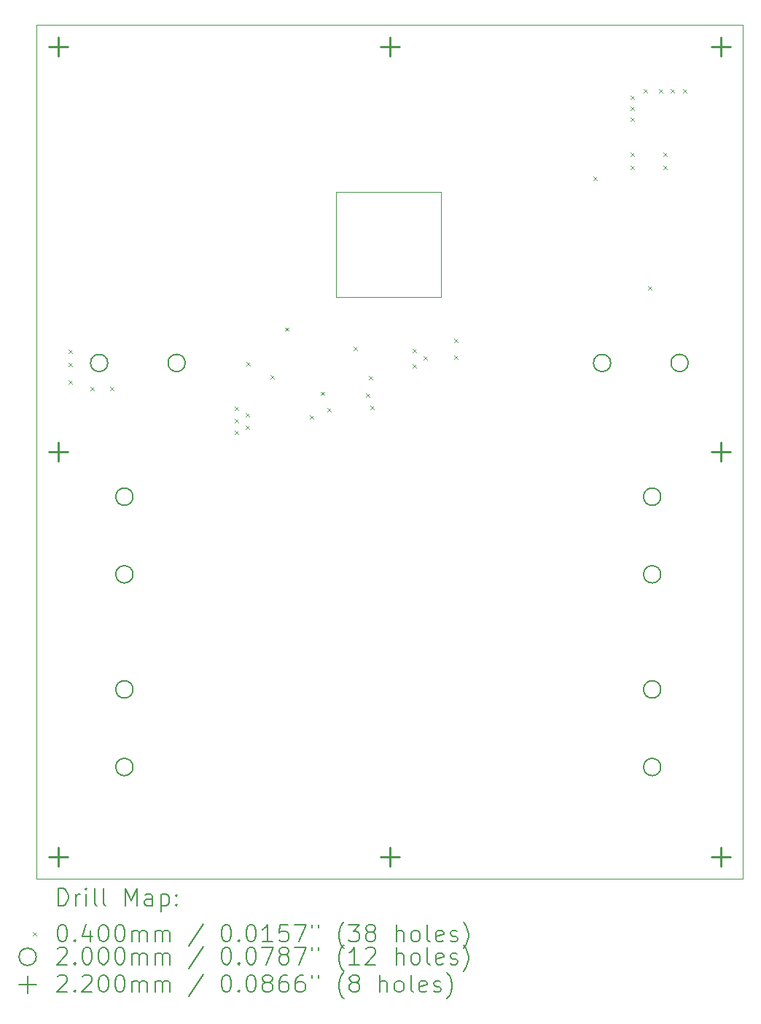
<source format=gbr>
%FSLAX45Y45*%
G04 Gerber Fmt 4.5, Leading zero omitted, Abs format (unit mm)*
G04 Created by KiCad (PCBNEW (6.0.5)) date 2022-07-09 20:44:15*
%MOMM*%
%LPD*%
G01*
G04 APERTURE LIST*
%TA.AperFunction,Profile*%
%ADD10C,0.100000*%
%TD*%
%ADD11C,0.200000*%
%ADD12C,0.040000*%
%ADD13C,0.220000*%
G04 APERTURE END LIST*
D10*
X10762000Y-4365000D02*
X18962000Y-4365000D01*
X18962000Y-14265000D02*
X10762000Y-14265000D01*
X18962000Y-4365000D02*
X18962000Y-14265000D01*
X10762000Y-14265000D02*
X10762000Y-4365000D01*
X15456000Y-7523000D02*
X15456000Y-6303000D01*
X14236000Y-6303000D02*
X15456000Y-6303000D01*
X14236000Y-7523000D02*
X15456000Y-7523000D01*
X14236000Y-6303000D02*
X14236000Y-7523000D01*
D11*
D12*
X11130600Y-8133400D02*
X11170600Y-8173400D01*
X11170600Y-8133400D02*
X11130600Y-8173400D01*
X11130600Y-8285800D02*
X11170600Y-8325800D01*
X11170600Y-8285800D02*
X11130600Y-8325800D01*
X11130600Y-8489000D02*
X11170600Y-8529000D01*
X11170600Y-8489000D02*
X11130600Y-8529000D01*
X11384600Y-8565200D02*
X11424600Y-8605200D01*
X11424600Y-8565200D02*
X11384600Y-8605200D01*
X11613200Y-8565200D02*
X11653200Y-8605200D01*
X11653200Y-8565200D02*
X11613200Y-8605200D01*
X13061000Y-8793800D02*
X13101000Y-8833800D01*
X13101000Y-8793800D02*
X13061000Y-8833800D01*
X13061000Y-8933500D02*
X13101000Y-8973500D01*
X13101000Y-8933500D02*
X13061000Y-8973500D01*
X13061000Y-9073200D02*
X13101000Y-9113200D01*
X13101000Y-9073200D02*
X13061000Y-9113200D01*
X13188000Y-8870000D02*
X13228000Y-8910000D01*
X13228000Y-8870000D02*
X13188000Y-8910000D01*
X13188000Y-9009700D02*
X13228000Y-9049700D01*
X13228000Y-9009700D02*
X13188000Y-9049700D01*
X13200700Y-8273100D02*
X13240700Y-8313100D01*
X13240700Y-8273100D02*
X13200700Y-8313100D01*
X13481600Y-8427000D02*
X13521600Y-8467000D01*
X13521600Y-8427000D02*
X13481600Y-8467000D01*
X13645200Y-7873050D02*
X13685200Y-7913050D01*
X13685200Y-7873050D02*
X13645200Y-7913050D01*
X13937300Y-8895400D02*
X13977300Y-8935400D01*
X13977300Y-8895400D02*
X13937300Y-8935400D01*
X14062479Y-8617821D02*
X14102479Y-8657821D01*
X14102479Y-8617821D02*
X14062479Y-8657821D01*
X14140500Y-8806500D02*
X14180500Y-8846500D01*
X14180500Y-8806500D02*
X14140500Y-8846500D01*
X14445300Y-8095300D02*
X14485300Y-8135300D01*
X14485300Y-8095300D02*
X14445300Y-8135300D01*
X14585000Y-8641400D02*
X14625000Y-8681400D01*
X14625000Y-8641400D02*
X14585000Y-8681400D01*
X14623100Y-8438200D02*
X14663100Y-8478200D01*
X14663100Y-8438200D02*
X14623100Y-8478200D01*
X14635800Y-8781100D02*
X14675800Y-8821100D01*
X14675800Y-8781100D02*
X14635800Y-8821100D01*
X15131100Y-8120700D02*
X15171100Y-8160700D01*
X15171100Y-8120700D02*
X15131100Y-8160700D01*
X15131100Y-8298500D02*
X15171100Y-8338500D01*
X15171100Y-8298500D02*
X15131100Y-8338500D01*
X15258100Y-8209600D02*
X15298100Y-8249600D01*
X15298100Y-8209600D02*
X15258100Y-8249600D01*
X15613700Y-8006400D02*
X15653700Y-8046400D01*
X15653700Y-8006400D02*
X15613700Y-8046400D01*
X15613700Y-8196900D02*
X15653700Y-8236900D01*
X15653700Y-8196900D02*
X15613700Y-8236900D01*
X17226600Y-6126800D02*
X17266600Y-6166800D01*
X17266600Y-6126800D02*
X17226600Y-6166800D01*
X17658400Y-5187000D02*
X17698400Y-5227000D01*
X17698400Y-5187000D02*
X17658400Y-5227000D01*
X17658400Y-5314000D02*
X17698400Y-5354000D01*
X17698400Y-5314000D02*
X17658400Y-5354000D01*
X17658400Y-5441000D02*
X17698400Y-5481000D01*
X17698400Y-5441000D02*
X17658400Y-5481000D01*
X17658400Y-5847400D02*
X17698400Y-5887400D01*
X17698400Y-5847400D02*
X17658400Y-5887400D01*
X17658400Y-5999800D02*
X17698400Y-6039800D01*
X17698400Y-5999800D02*
X17658400Y-6039800D01*
X17810800Y-5110800D02*
X17850800Y-5150800D01*
X17850800Y-5110800D02*
X17810800Y-5150800D01*
X17861600Y-7396800D02*
X17901600Y-7436800D01*
X17901600Y-7396800D02*
X17861600Y-7436800D01*
X17988600Y-5110800D02*
X18028600Y-5150800D01*
X18028600Y-5110800D02*
X17988600Y-5150800D01*
X18039400Y-5847400D02*
X18079400Y-5887400D01*
X18079400Y-5847400D02*
X18039400Y-5887400D01*
X18039400Y-5999800D02*
X18079400Y-6039800D01*
X18079400Y-5999800D02*
X18039400Y-6039800D01*
X18128300Y-5110800D02*
X18168300Y-5150800D01*
X18168300Y-5110800D02*
X18128300Y-5150800D01*
X18268000Y-5110800D02*
X18308000Y-5150800D01*
X18308000Y-5110800D02*
X18268000Y-5150800D01*
D11*
X11588000Y-8285000D02*
G75*
G03*
X11588000Y-8285000I-100000J0D01*
G01*
X11881000Y-9837000D02*
G75*
G03*
X11881000Y-9837000I-100000J0D01*
G01*
X11881000Y-10737000D02*
G75*
G03*
X11881000Y-10737000I-100000J0D01*
G01*
X11881000Y-12072200D02*
G75*
G03*
X11881000Y-12072200I-100000J0D01*
G01*
X11881000Y-12972200D02*
G75*
G03*
X11881000Y-12972200I-100000J0D01*
G01*
X12488000Y-8285000D02*
G75*
G03*
X12488000Y-8285000I-100000J0D01*
G01*
X17430000Y-8285000D02*
G75*
G03*
X17430000Y-8285000I-100000J0D01*
G01*
X18011600Y-9837000D02*
G75*
G03*
X18011600Y-9837000I-100000J0D01*
G01*
X18011600Y-10737000D02*
G75*
G03*
X18011600Y-10737000I-100000J0D01*
G01*
X18011600Y-12072200D02*
G75*
G03*
X18011600Y-12072200I-100000J0D01*
G01*
X18011600Y-12972200D02*
G75*
G03*
X18011600Y-12972200I-100000J0D01*
G01*
X18330000Y-8285000D02*
G75*
G03*
X18330000Y-8285000I-100000J0D01*
G01*
D13*
X11012000Y-4505000D02*
X11012000Y-4725000D01*
X10902000Y-4615000D02*
X11122000Y-4615000D01*
X11012000Y-9205000D02*
X11012000Y-9425000D01*
X10902000Y-9315000D02*
X11122000Y-9315000D01*
X11012000Y-13905000D02*
X11012000Y-14125000D01*
X10902000Y-14015000D02*
X11122000Y-14015000D01*
X14862000Y-4505000D02*
X14862000Y-4725000D01*
X14752000Y-4615000D02*
X14972000Y-4615000D01*
X14862000Y-13905000D02*
X14862000Y-14125000D01*
X14752000Y-14015000D02*
X14972000Y-14015000D01*
X18712000Y-4505000D02*
X18712000Y-4725000D01*
X18602000Y-4615000D02*
X18822000Y-4615000D01*
X18712000Y-9205000D02*
X18712000Y-9425000D01*
X18602000Y-9315000D02*
X18822000Y-9315000D01*
X18712000Y-13905000D02*
X18712000Y-14125000D01*
X18602000Y-14015000D02*
X18822000Y-14015000D01*
D11*
X11014619Y-14580476D02*
X11014619Y-14380476D01*
X11062238Y-14380476D01*
X11090810Y-14390000D01*
X11109857Y-14409048D01*
X11119381Y-14428095D01*
X11128905Y-14466190D01*
X11128905Y-14494762D01*
X11119381Y-14532857D01*
X11109857Y-14551905D01*
X11090810Y-14570952D01*
X11062238Y-14580476D01*
X11014619Y-14580476D01*
X11214619Y-14580476D02*
X11214619Y-14447143D01*
X11214619Y-14485238D02*
X11224143Y-14466190D01*
X11233667Y-14456667D01*
X11252714Y-14447143D01*
X11271762Y-14447143D01*
X11338428Y-14580476D02*
X11338428Y-14447143D01*
X11338428Y-14380476D02*
X11328905Y-14390000D01*
X11338428Y-14399524D01*
X11347952Y-14390000D01*
X11338428Y-14380476D01*
X11338428Y-14399524D01*
X11462238Y-14580476D02*
X11443190Y-14570952D01*
X11433667Y-14551905D01*
X11433667Y-14380476D01*
X11567000Y-14580476D02*
X11547952Y-14570952D01*
X11538428Y-14551905D01*
X11538428Y-14380476D01*
X11795571Y-14580476D02*
X11795571Y-14380476D01*
X11862238Y-14523333D01*
X11928905Y-14380476D01*
X11928905Y-14580476D01*
X12109857Y-14580476D02*
X12109857Y-14475714D01*
X12100333Y-14456667D01*
X12081286Y-14447143D01*
X12043190Y-14447143D01*
X12024143Y-14456667D01*
X12109857Y-14570952D02*
X12090809Y-14580476D01*
X12043190Y-14580476D01*
X12024143Y-14570952D01*
X12014619Y-14551905D01*
X12014619Y-14532857D01*
X12024143Y-14513809D01*
X12043190Y-14504286D01*
X12090809Y-14504286D01*
X12109857Y-14494762D01*
X12205095Y-14447143D02*
X12205095Y-14647143D01*
X12205095Y-14456667D02*
X12224143Y-14447143D01*
X12262238Y-14447143D01*
X12281286Y-14456667D01*
X12290809Y-14466190D01*
X12300333Y-14485238D01*
X12300333Y-14542381D01*
X12290809Y-14561428D01*
X12281286Y-14570952D01*
X12262238Y-14580476D01*
X12224143Y-14580476D01*
X12205095Y-14570952D01*
X12386048Y-14561428D02*
X12395571Y-14570952D01*
X12386048Y-14580476D01*
X12376524Y-14570952D01*
X12386048Y-14561428D01*
X12386048Y-14580476D01*
X12386048Y-14456667D02*
X12395571Y-14466190D01*
X12386048Y-14475714D01*
X12376524Y-14466190D01*
X12386048Y-14456667D01*
X12386048Y-14475714D01*
D12*
X10717000Y-14890000D02*
X10757000Y-14930000D01*
X10757000Y-14890000D02*
X10717000Y-14930000D01*
D11*
X11052714Y-14800476D02*
X11071762Y-14800476D01*
X11090810Y-14810000D01*
X11100333Y-14819524D01*
X11109857Y-14838571D01*
X11119381Y-14876667D01*
X11119381Y-14924286D01*
X11109857Y-14962381D01*
X11100333Y-14981428D01*
X11090810Y-14990952D01*
X11071762Y-15000476D01*
X11052714Y-15000476D01*
X11033667Y-14990952D01*
X11024143Y-14981428D01*
X11014619Y-14962381D01*
X11005095Y-14924286D01*
X11005095Y-14876667D01*
X11014619Y-14838571D01*
X11024143Y-14819524D01*
X11033667Y-14810000D01*
X11052714Y-14800476D01*
X11205095Y-14981428D02*
X11214619Y-14990952D01*
X11205095Y-15000476D01*
X11195571Y-14990952D01*
X11205095Y-14981428D01*
X11205095Y-15000476D01*
X11386048Y-14867143D02*
X11386048Y-15000476D01*
X11338428Y-14790952D02*
X11290809Y-14933809D01*
X11414619Y-14933809D01*
X11528905Y-14800476D02*
X11547952Y-14800476D01*
X11567000Y-14810000D01*
X11576524Y-14819524D01*
X11586048Y-14838571D01*
X11595571Y-14876667D01*
X11595571Y-14924286D01*
X11586048Y-14962381D01*
X11576524Y-14981428D01*
X11567000Y-14990952D01*
X11547952Y-15000476D01*
X11528905Y-15000476D01*
X11509857Y-14990952D01*
X11500333Y-14981428D01*
X11490809Y-14962381D01*
X11481286Y-14924286D01*
X11481286Y-14876667D01*
X11490809Y-14838571D01*
X11500333Y-14819524D01*
X11509857Y-14810000D01*
X11528905Y-14800476D01*
X11719381Y-14800476D02*
X11738428Y-14800476D01*
X11757476Y-14810000D01*
X11767000Y-14819524D01*
X11776524Y-14838571D01*
X11786048Y-14876667D01*
X11786048Y-14924286D01*
X11776524Y-14962381D01*
X11767000Y-14981428D01*
X11757476Y-14990952D01*
X11738428Y-15000476D01*
X11719381Y-15000476D01*
X11700333Y-14990952D01*
X11690809Y-14981428D01*
X11681286Y-14962381D01*
X11671762Y-14924286D01*
X11671762Y-14876667D01*
X11681286Y-14838571D01*
X11690809Y-14819524D01*
X11700333Y-14810000D01*
X11719381Y-14800476D01*
X11871762Y-15000476D02*
X11871762Y-14867143D01*
X11871762Y-14886190D02*
X11881286Y-14876667D01*
X11900333Y-14867143D01*
X11928905Y-14867143D01*
X11947952Y-14876667D01*
X11957476Y-14895714D01*
X11957476Y-15000476D01*
X11957476Y-14895714D02*
X11967000Y-14876667D01*
X11986048Y-14867143D01*
X12014619Y-14867143D01*
X12033667Y-14876667D01*
X12043190Y-14895714D01*
X12043190Y-15000476D01*
X12138428Y-15000476D02*
X12138428Y-14867143D01*
X12138428Y-14886190D02*
X12147952Y-14876667D01*
X12167000Y-14867143D01*
X12195571Y-14867143D01*
X12214619Y-14876667D01*
X12224143Y-14895714D01*
X12224143Y-15000476D01*
X12224143Y-14895714D02*
X12233667Y-14876667D01*
X12252714Y-14867143D01*
X12281286Y-14867143D01*
X12300333Y-14876667D01*
X12309857Y-14895714D01*
X12309857Y-15000476D01*
X12700333Y-14790952D02*
X12528905Y-15048095D01*
X12957476Y-14800476D02*
X12976524Y-14800476D01*
X12995571Y-14810000D01*
X13005095Y-14819524D01*
X13014619Y-14838571D01*
X13024143Y-14876667D01*
X13024143Y-14924286D01*
X13014619Y-14962381D01*
X13005095Y-14981428D01*
X12995571Y-14990952D01*
X12976524Y-15000476D01*
X12957476Y-15000476D01*
X12938428Y-14990952D01*
X12928905Y-14981428D01*
X12919381Y-14962381D01*
X12909857Y-14924286D01*
X12909857Y-14876667D01*
X12919381Y-14838571D01*
X12928905Y-14819524D01*
X12938428Y-14810000D01*
X12957476Y-14800476D01*
X13109857Y-14981428D02*
X13119381Y-14990952D01*
X13109857Y-15000476D01*
X13100333Y-14990952D01*
X13109857Y-14981428D01*
X13109857Y-15000476D01*
X13243190Y-14800476D02*
X13262238Y-14800476D01*
X13281286Y-14810000D01*
X13290809Y-14819524D01*
X13300333Y-14838571D01*
X13309857Y-14876667D01*
X13309857Y-14924286D01*
X13300333Y-14962381D01*
X13290809Y-14981428D01*
X13281286Y-14990952D01*
X13262238Y-15000476D01*
X13243190Y-15000476D01*
X13224143Y-14990952D01*
X13214619Y-14981428D01*
X13205095Y-14962381D01*
X13195571Y-14924286D01*
X13195571Y-14876667D01*
X13205095Y-14838571D01*
X13214619Y-14819524D01*
X13224143Y-14810000D01*
X13243190Y-14800476D01*
X13500333Y-15000476D02*
X13386048Y-15000476D01*
X13443190Y-15000476D02*
X13443190Y-14800476D01*
X13424143Y-14829048D01*
X13405095Y-14848095D01*
X13386048Y-14857619D01*
X13681286Y-14800476D02*
X13586048Y-14800476D01*
X13576524Y-14895714D01*
X13586048Y-14886190D01*
X13605095Y-14876667D01*
X13652714Y-14876667D01*
X13671762Y-14886190D01*
X13681286Y-14895714D01*
X13690809Y-14914762D01*
X13690809Y-14962381D01*
X13681286Y-14981428D01*
X13671762Y-14990952D01*
X13652714Y-15000476D01*
X13605095Y-15000476D01*
X13586048Y-14990952D01*
X13576524Y-14981428D01*
X13757476Y-14800476D02*
X13890809Y-14800476D01*
X13805095Y-15000476D01*
X13957476Y-14800476D02*
X13957476Y-14838571D01*
X14033667Y-14800476D02*
X14033667Y-14838571D01*
X14328905Y-15076667D02*
X14319381Y-15067143D01*
X14300333Y-15038571D01*
X14290809Y-15019524D01*
X14281286Y-14990952D01*
X14271762Y-14943333D01*
X14271762Y-14905238D01*
X14281286Y-14857619D01*
X14290809Y-14829048D01*
X14300333Y-14810000D01*
X14319381Y-14781428D01*
X14328905Y-14771905D01*
X14386048Y-14800476D02*
X14509857Y-14800476D01*
X14443190Y-14876667D01*
X14471762Y-14876667D01*
X14490809Y-14886190D01*
X14500333Y-14895714D01*
X14509857Y-14914762D01*
X14509857Y-14962381D01*
X14500333Y-14981428D01*
X14490809Y-14990952D01*
X14471762Y-15000476D01*
X14414619Y-15000476D01*
X14395571Y-14990952D01*
X14386048Y-14981428D01*
X14624143Y-14886190D02*
X14605095Y-14876667D01*
X14595571Y-14867143D01*
X14586048Y-14848095D01*
X14586048Y-14838571D01*
X14595571Y-14819524D01*
X14605095Y-14810000D01*
X14624143Y-14800476D01*
X14662238Y-14800476D01*
X14681286Y-14810000D01*
X14690809Y-14819524D01*
X14700333Y-14838571D01*
X14700333Y-14848095D01*
X14690809Y-14867143D01*
X14681286Y-14876667D01*
X14662238Y-14886190D01*
X14624143Y-14886190D01*
X14605095Y-14895714D01*
X14595571Y-14905238D01*
X14586048Y-14924286D01*
X14586048Y-14962381D01*
X14595571Y-14981428D01*
X14605095Y-14990952D01*
X14624143Y-15000476D01*
X14662238Y-15000476D01*
X14681286Y-14990952D01*
X14690809Y-14981428D01*
X14700333Y-14962381D01*
X14700333Y-14924286D01*
X14690809Y-14905238D01*
X14681286Y-14895714D01*
X14662238Y-14886190D01*
X14938428Y-15000476D02*
X14938428Y-14800476D01*
X15024143Y-15000476D02*
X15024143Y-14895714D01*
X15014619Y-14876667D01*
X14995571Y-14867143D01*
X14967000Y-14867143D01*
X14947952Y-14876667D01*
X14938428Y-14886190D01*
X15147952Y-15000476D02*
X15128905Y-14990952D01*
X15119381Y-14981428D01*
X15109857Y-14962381D01*
X15109857Y-14905238D01*
X15119381Y-14886190D01*
X15128905Y-14876667D01*
X15147952Y-14867143D01*
X15176524Y-14867143D01*
X15195571Y-14876667D01*
X15205095Y-14886190D01*
X15214619Y-14905238D01*
X15214619Y-14962381D01*
X15205095Y-14981428D01*
X15195571Y-14990952D01*
X15176524Y-15000476D01*
X15147952Y-15000476D01*
X15328905Y-15000476D02*
X15309857Y-14990952D01*
X15300333Y-14971905D01*
X15300333Y-14800476D01*
X15481286Y-14990952D02*
X15462238Y-15000476D01*
X15424143Y-15000476D01*
X15405095Y-14990952D01*
X15395571Y-14971905D01*
X15395571Y-14895714D01*
X15405095Y-14876667D01*
X15424143Y-14867143D01*
X15462238Y-14867143D01*
X15481286Y-14876667D01*
X15490809Y-14895714D01*
X15490809Y-14914762D01*
X15395571Y-14933809D01*
X15567000Y-14990952D02*
X15586048Y-15000476D01*
X15624143Y-15000476D01*
X15643190Y-14990952D01*
X15652714Y-14971905D01*
X15652714Y-14962381D01*
X15643190Y-14943333D01*
X15624143Y-14933809D01*
X15595571Y-14933809D01*
X15576524Y-14924286D01*
X15567000Y-14905238D01*
X15567000Y-14895714D01*
X15576524Y-14876667D01*
X15595571Y-14867143D01*
X15624143Y-14867143D01*
X15643190Y-14876667D01*
X15719381Y-15076667D02*
X15728905Y-15067143D01*
X15747952Y-15038571D01*
X15757476Y-15019524D01*
X15767000Y-14990952D01*
X15776524Y-14943333D01*
X15776524Y-14905238D01*
X15767000Y-14857619D01*
X15757476Y-14829048D01*
X15747952Y-14810000D01*
X15728905Y-14781428D01*
X15719381Y-14771905D01*
X10757000Y-15174000D02*
G75*
G03*
X10757000Y-15174000I-100000J0D01*
G01*
X11005095Y-15083524D02*
X11014619Y-15074000D01*
X11033667Y-15064476D01*
X11081286Y-15064476D01*
X11100333Y-15074000D01*
X11109857Y-15083524D01*
X11119381Y-15102571D01*
X11119381Y-15121619D01*
X11109857Y-15150190D01*
X10995571Y-15264476D01*
X11119381Y-15264476D01*
X11205095Y-15245428D02*
X11214619Y-15254952D01*
X11205095Y-15264476D01*
X11195571Y-15254952D01*
X11205095Y-15245428D01*
X11205095Y-15264476D01*
X11338428Y-15064476D02*
X11357476Y-15064476D01*
X11376524Y-15074000D01*
X11386048Y-15083524D01*
X11395571Y-15102571D01*
X11405095Y-15140667D01*
X11405095Y-15188286D01*
X11395571Y-15226381D01*
X11386048Y-15245428D01*
X11376524Y-15254952D01*
X11357476Y-15264476D01*
X11338428Y-15264476D01*
X11319381Y-15254952D01*
X11309857Y-15245428D01*
X11300333Y-15226381D01*
X11290809Y-15188286D01*
X11290809Y-15140667D01*
X11300333Y-15102571D01*
X11309857Y-15083524D01*
X11319381Y-15074000D01*
X11338428Y-15064476D01*
X11528905Y-15064476D02*
X11547952Y-15064476D01*
X11567000Y-15074000D01*
X11576524Y-15083524D01*
X11586048Y-15102571D01*
X11595571Y-15140667D01*
X11595571Y-15188286D01*
X11586048Y-15226381D01*
X11576524Y-15245428D01*
X11567000Y-15254952D01*
X11547952Y-15264476D01*
X11528905Y-15264476D01*
X11509857Y-15254952D01*
X11500333Y-15245428D01*
X11490809Y-15226381D01*
X11481286Y-15188286D01*
X11481286Y-15140667D01*
X11490809Y-15102571D01*
X11500333Y-15083524D01*
X11509857Y-15074000D01*
X11528905Y-15064476D01*
X11719381Y-15064476D02*
X11738428Y-15064476D01*
X11757476Y-15074000D01*
X11767000Y-15083524D01*
X11776524Y-15102571D01*
X11786048Y-15140667D01*
X11786048Y-15188286D01*
X11776524Y-15226381D01*
X11767000Y-15245428D01*
X11757476Y-15254952D01*
X11738428Y-15264476D01*
X11719381Y-15264476D01*
X11700333Y-15254952D01*
X11690809Y-15245428D01*
X11681286Y-15226381D01*
X11671762Y-15188286D01*
X11671762Y-15140667D01*
X11681286Y-15102571D01*
X11690809Y-15083524D01*
X11700333Y-15074000D01*
X11719381Y-15064476D01*
X11871762Y-15264476D02*
X11871762Y-15131143D01*
X11871762Y-15150190D02*
X11881286Y-15140667D01*
X11900333Y-15131143D01*
X11928905Y-15131143D01*
X11947952Y-15140667D01*
X11957476Y-15159714D01*
X11957476Y-15264476D01*
X11957476Y-15159714D02*
X11967000Y-15140667D01*
X11986048Y-15131143D01*
X12014619Y-15131143D01*
X12033667Y-15140667D01*
X12043190Y-15159714D01*
X12043190Y-15264476D01*
X12138428Y-15264476D02*
X12138428Y-15131143D01*
X12138428Y-15150190D02*
X12147952Y-15140667D01*
X12167000Y-15131143D01*
X12195571Y-15131143D01*
X12214619Y-15140667D01*
X12224143Y-15159714D01*
X12224143Y-15264476D01*
X12224143Y-15159714D02*
X12233667Y-15140667D01*
X12252714Y-15131143D01*
X12281286Y-15131143D01*
X12300333Y-15140667D01*
X12309857Y-15159714D01*
X12309857Y-15264476D01*
X12700333Y-15054952D02*
X12528905Y-15312095D01*
X12957476Y-15064476D02*
X12976524Y-15064476D01*
X12995571Y-15074000D01*
X13005095Y-15083524D01*
X13014619Y-15102571D01*
X13024143Y-15140667D01*
X13024143Y-15188286D01*
X13014619Y-15226381D01*
X13005095Y-15245428D01*
X12995571Y-15254952D01*
X12976524Y-15264476D01*
X12957476Y-15264476D01*
X12938428Y-15254952D01*
X12928905Y-15245428D01*
X12919381Y-15226381D01*
X12909857Y-15188286D01*
X12909857Y-15140667D01*
X12919381Y-15102571D01*
X12928905Y-15083524D01*
X12938428Y-15074000D01*
X12957476Y-15064476D01*
X13109857Y-15245428D02*
X13119381Y-15254952D01*
X13109857Y-15264476D01*
X13100333Y-15254952D01*
X13109857Y-15245428D01*
X13109857Y-15264476D01*
X13243190Y-15064476D02*
X13262238Y-15064476D01*
X13281286Y-15074000D01*
X13290809Y-15083524D01*
X13300333Y-15102571D01*
X13309857Y-15140667D01*
X13309857Y-15188286D01*
X13300333Y-15226381D01*
X13290809Y-15245428D01*
X13281286Y-15254952D01*
X13262238Y-15264476D01*
X13243190Y-15264476D01*
X13224143Y-15254952D01*
X13214619Y-15245428D01*
X13205095Y-15226381D01*
X13195571Y-15188286D01*
X13195571Y-15140667D01*
X13205095Y-15102571D01*
X13214619Y-15083524D01*
X13224143Y-15074000D01*
X13243190Y-15064476D01*
X13376524Y-15064476D02*
X13509857Y-15064476D01*
X13424143Y-15264476D01*
X13614619Y-15150190D02*
X13595571Y-15140667D01*
X13586048Y-15131143D01*
X13576524Y-15112095D01*
X13576524Y-15102571D01*
X13586048Y-15083524D01*
X13595571Y-15074000D01*
X13614619Y-15064476D01*
X13652714Y-15064476D01*
X13671762Y-15074000D01*
X13681286Y-15083524D01*
X13690809Y-15102571D01*
X13690809Y-15112095D01*
X13681286Y-15131143D01*
X13671762Y-15140667D01*
X13652714Y-15150190D01*
X13614619Y-15150190D01*
X13595571Y-15159714D01*
X13586048Y-15169238D01*
X13576524Y-15188286D01*
X13576524Y-15226381D01*
X13586048Y-15245428D01*
X13595571Y-15254952D01*
X13614619Y-15264476D01*
X13652714Y-15264476D01*
X13671762Y-15254952D01*
X13681286Y-15245428D01*
X13690809Y-15226381D01*
X13690809Y-15188286D01*
X13681286Y-15169238D01*
X13671762Y-15159714D01*
X13652714Y-15150190D01*
X13757476Y-15064476D02*
X13890809Y-15064476D01*
X13805095Y-15264476D01*
X13957476Y-15064476D02*
X13957476Y-15102571D01*
X14033667Y-15064476D02*
X14033667Y-15102571D01*
X14328905Y-15340667D02*
X14319381Y-15331143D01*
X14300333Y-15302571D01*
X14290809Y-15283524D01*
X14281286Y-15254952D01*
X14271762Y-15207333D01*
X14271762Y-15169238D01*
X14281286Y-15121619D01*
X14290809Y-15093048D01*
X14300333Y-15074000D01*
X14319381Y-15045428D01*
X14328905Y-15035905D01*
X14509857Y-15264476D02*
X14395571Y-15264476D01*
X14452714Y-15264476D02*
X14452714Y-15064476D01*
X14433667Y-15093048D01*
X14414619Y-15112095D01*
X14395571Y-15121619D01*
X14586048Y-15083524D02*
X14595571Y-15074000D01*
X14614619Y-15064476D01*
X14662238Y-15064476D01*
X14681286Y-15074000D01*
X14690809Y-15083524D01*
X14700333Y-15102571D01*
X14700333Y-15121619D01*
X14690809Y-15150190D01*
X14576524Y-15264476D01*
X14700333Y-15264476D01*
X14938428Y-15264476D02*
X14938428Y-15064476D01*
X15024143Y-15264476D02*
X15024143Y-15159714D01*
X15014619Y-15140667D01*
X14995571Y-15131143D01*
X14967000Y-15131143D01*
X14947952Y-15140667D01*
X14938428Y-15150190D01*
X15147952Y-15264476D02*
X15128905Y-15254952D01*
X15119381Y-15245428D01*
X15109857Y-15226381D01*
X15109857Y-15169238D01*
X15119381Y-15150190D01*
X15128905Y-15140667D01*
X15147952Y-15131143D01*
X15176524Y-15131143D01*
X15195571Y-15140667D01*
X15205095Y-15150190D01*
X15214619Y-15169238D01*
X15214619Y-15226381D01*
X15205095Y-15245428D01*
X15195571Y-15254952D01*
X15176524Y-15264476D01*
X15147952Y-15264476D01*
X15328905Y-15264476D02*
X15309857Y-15254952D01*
X15300333Y-15235905D01*
X15300333Y-15064476D01*
X15481286Y-15254952D02*
X15462238Y-15264476D01*
X15424143Y-15264476D01*
X15405095Y-15254952D01*
X15395571Y-15235905D01*
X15395571Y-15159714D01*
X15405095Y-15140667D01*
X15424143Y-15131143D01*
X15462238Y-15131143D01*
X15481286Y-15140667D01*
X15490809Y-15159714D01*
X15490809Y-15178762D01*
X15395571Y-15197809D01*
X15567000Y-15254952D02*
X15586048Y-15264476D01*
X15624143Y-15264476D01*
X15643190Y-15254952D01*
X15652714Y-15235905D01*
X15652714Y-15226381D01*
X15643190Y-15207333D01*
X15624143Y-15197809D01*
X15595571Y-15197809D01*
X15576524Y-15188286D01*
X15567000Y-15169238D01*
X15567000Y-15159714D01*
X15576524Y-15140667D01*
X15595571Y-15131143D01*
X15624143Y-15131143D01*
X15643190Y-15140667D01*
X15719381Y-15340667D02*
X15728905Y-15331143D01*
X15747952Y-15302571D01*
X15757476Y-15283524D01*
X15767000Y-15254952D01*
X15776524Y-15207333D01*
X15776524Y-15169238D01*
X15767000Y-15121619D01*
X15757476Y-15093048D01*
X15747952Y-15074000D01*
X15728905Y-15045428D01*
X15719381Y-15035905D01*
X10657000Y-15394000D02*
X10657000Y-15594000D01*
X10557000Y-15494000D02*
X10757000Y-15494000D01*
X11005095Y-15403524D02*
X11014619Y-15394000D01*
X11033667Y-15384476D01*
X11081286Y-15384476D01*
X11100333Y-15394000D01*
X11109857Y-15403524D01*
X11119381Y-15422571D01*
X11119381Y-15441619D01*
X11109857Y-15470190D01*
X10995571Y-15584476D01*
X11119381Y-15584476D01*
X11205095Y-15565428D02*
X11214619Y-15574952D01*
X11205095Y-15584476D01*
X11195571Y-15574952D01*
X11205095Y-15565428D01*
X11205095Y-15584476D01*
X11290809Y-15403524D02*
X11300333Y-15394000D01*
X11319381Y-15384476D01*
X11367000Y-15384476D01*
X11386048Y-15394000D01*
X11395571Y-15403524D01*
X11405095Y-15422571D01*
X11405095Y-15441619D01*
X11395571Y-15470190D01*
X11281286Y-15584476D01*
X11405095Y-15584476D01*
X11528905Y-15384476D02*
X11547952Y-15384476D01*
X11567000Y-15394000D01*
X11576524Y-15403524D01*
X11586048Y-15422571D01*
X11595571Y-15460667D01*
X11595571Y-15508286D01*
X11586048Y-15546381D01*
X11576524Y-15565428D01*
X11567000Y-15574952D01*
X11547952Y-15584476D01*
X11528905Y-15584476D01*
X11509857Y-15574952D01*
X11500333Y-15565428D01*
X11490809Y-15546381D01*
X11481286Y-15508286D01*
X11481286Y-15460667D01*
X11490809Y-15422571D01*
X11500333Y-15403524D01*
X11509857Y-15394000D01*
X11528905Y-15384476D01*
X11719381Y-15384476D02*
X11738428Y-15384476D01*
X11757476Y-15394000D01*
X11767000Y-15403524D01*
X11776524Y-15422571D01*
X11786048Y-15460667D01*
X11786048Y-15508286D01*
X11776524Y-15546381D01*
X11767000Y-15565428D01*
X11757476Y-15574952D01*
X11738428Y-15584476D01*
X11719381Y-15584476D01*
X11700333Y-15574952D01*
X11690809Y-15565428D01*
X11681286Y-15546381D01*
X11671762Y-15508286D01*
X11671762Y-15460667D01*
X11681286Y-15422571D01*
X11690809Y-15403524D01*
X11700333Y-15394000D01*
X11719381Y-15384476D01*
X11871762Y-15584476D02*
X11871762Y-15451143D01*
X11871762Y-15470190D02*
X11881286Y-15460667D01*
X11900333Y-15451143D01*
X11928905Y-15451143D01*
X11947952Y-15460667D01*
X11957476Y-15479714D01*
X11957476Y-15584476D01*
X11957476Y-15479714D02*
X11967000Y-15460667D01*
X11986048Y-15451143D01*
X12014619Y-15451143D01*
X12033667Y-15460667D01*
X12043190Y-15479714D01*
X12043190Y-15584476D01*
X12138428Y-15584476D02*
X12138428Y-15451143D01*
X12138428Y-15470190D02*
X12147952Y-15460667D01*
X12167000Y-15451143D01*
X12195571Y-15451143D01*
X12214619Y-15460667D01*
X12224143Y-15479714D01*
X12224143Y-15584476D01*
X12224143Y-15479714D02*
X12233667Y-15460667D01*
X12252714Y-15451143D01*
X12281286Y-15451143D01*
X12300333Y-15460667D01*
X12309857Y-15479714D01*
X12309857Y-15584476D01*
X12700333Y-15374952D02*
X12528905Y-15632095D01*
X12957476Y-15384476D02*
X12976524Y-15384476D01*
X12995571Y-15394000D01*
X13005095Y-15403524D01*
X13014619Y-15422571D01*
X13024143Y-15460667D01*
X13024143Y-15508286D01*
X13014619Y-15546381D01*
X13005095Y-15565428D01*
X12995571Y-15574952D01*
X12976524Y-15584476D01*
X12957476Y-15584476D01*
X12938428Y-15574952D01*
X12928905Y-15565428D01*
X12919381Y-15546381D01*
X12909857Y-15508286D01*
X12909857Y-15460667D01*
X12919381Y-15422571D01*
X12928905Y-15403524D01*
X12938428Y-15394000D01*
X12957476Y-15384476D01*
X13109857Y-15565428D02*
X13119381Y-15574952D01*
X13109857Y-15584476D01*
X13100333Y-15574952D01*
X13109857Y-15565428D01*
X13109857Y-15584476D01*
X13243190Y-15384476D02*
X13262238Y-15384476D01*
X13281286Y-15394000D01*
X13290809Y-15403524D01*
X13300333Y-15422571D01*
X13309857Y-15460667D01*
X13309857Y-15508286D01*
X13300333Y-15546381D01*
X13290809Y-15565428D01*
X13281286Y-15574952D01*
X13262238Y-15584476D01*
X13243190Y-15584476D01*
X13224143Y-15574952D01*
X13214619Y-15565428D01*
X13205095Y-15546381D01*
X13195571Y-15508286D01*
X13195571Y-15460667D01*
X13205095Y-15422571D01*
X13214619Y-15403524D01*
X13224143Y-15394000D01*
X13243190Y-15384476D01*
X13424143Y-15470190D02*
X13405095Y-15460667D01*
X13395571Y-15451143D01*
X13386048Y-15432095D01*
X13386048Y-15422571D01*
X13395571Y-15403524D01*
X13405095Y-15394000D01*
X13424143Y-15384476D01*
X13462238Y-15384476D01*
X13481286Y-15394000D01*
X13490809Y-15403524D01*
X13500333Y-15422571D01*
X13500333Y-15432095D01*
X13490809Y-15451143D01*
X13481286Y-15460667D01*
X13462238Y-15470190D01*
X13424143Y-15470190D01*
X13405095Y-15479714D01*
X13395571Y-15489238D01*
X13386048Y-15508286D01*
X13386048Y-15546381D01*
X13395571Y-15565428D01*
X13405095Y-15574952D01*
X13424143Y-15584476D01*
X13462238Y-15584476D01*
X13481286Y-15574952D01*
X13490809Y-15565428D01*
X13500333Y-15546381D01*
X13500333Y-15508286D01*
X13490809Y-15489238D01*
X13481286Y-15479714D01*
X13462238Y-15470190D01*
X13671762Y-15384476D02*
X13633667Y-15384476D01*
X13614619Y-15394000D01*
X13605095Y-15403524D01*
X13586048Y-15432095D01*
X13576524Y-15470190D01*
X13576524Y-15546381D01*
X13586048Y-15565428D01*
X13595571Y-15574952D01*
X13614619Y-15584476D01*
X13652714Y-15584476D01*
X13671762Y-15574952D01*
X13681286Y-15565428D01*
X13690809Y-15546381D01*
X13690809Y-15498762D01*
X13681286Y-15479714D01*
X13671762Y-15470190D01*
X13652714Y-15460667D01*
X13614619Y-15460667D01*
X13595571Y-15470190D01*
X13586048Y-15479714D01*
X13576524Y-15498762D01*
X13862238Y-15384476D02*
X13824143Y-15384476D01*
X13805095Y-15394000D01*
X13795571Y-15403524D01*
X13776524Y-15432095D01*
X13767000Y-15470190D01*
X13767000Y-15546381D01*
X13776524Y-15565428D01*
X13786048Y-15574952D01*
X13805095Y-15584476D01*
X13843190Y-15584476D01*
X13862238Y-15574952D01*
X13871762Y-15565428D01*
X13881286Y-15546381D01*
X13881286Y-15498762D01*
X13871762Y-15479714D01*
X13862238Y-15470190D01*
X13843190Y-15460667D01*
X13805095Y-15460667D01*
X13786048Y-15470190D01*
X13776524Y-15479714D01*
X13767000Y-15498762D01*
X13957476Y-15384476D02*
X13957476Y-15422571D01*
X14033667Y-15384476D02*
X14033667Y-15422571D01*
X14328905Y-15660667D02*
X14319381Y-15651143D01*
X14300333Y-15622571D01*
X14290809Y-15603524D01*
X14281286Y-15574952D01*
X14271762Y-15527333D01*
X14271762Y-15489238D01*
X14281286Y-15441619D01*
X14290809Y-15413048D01*
X14300333Y-15394000D01*
X14319381Y-15365428D01*
X14328905Y-15355905D01*
X14433667Y-15470190D02*
X14414619Y-15460667D01*
X14405095Y-15451143D01*
X14395571Y-15432095D01*
X14395571Y-15422571D01*
X14405095Y-15403524D01*
X14414619Y-15394000D01*
X14433667Y-15384476D01*
X14471762Y-15384476D01*
X14490809Y-15394000D01*
X14500333Y-15403524D01*
X14509857Y-15422571D01*
X14509857Y-15432095D01*
X14500333Y-15451143D01*
X14490809Y-15460667D01*
X14471762Y-15470190D01*
X14433667Y-15470190D01*
X14414619Y-15479714D01*
X14405095Y-15489238D01*
X14395571Y-15508286D01*
X14395571Y-15546381D01*
X14405095Y-15565428D01*
X14414619Y-15574952D01*
X14433667Y-15584476D01*
X14471762Y-15584476D01*
X14490809Y-15574952D01*
X14500333Y-15565428D01*
X14509857Y-15546381D01*
X14509857Y-15508286D01*
X14500333Y-15489238D01*
X14490809Y-15479714D01*
X14471762Y-15470190D01*
X14747952Y-15584476D02*
X14747952Y-15384476D01*
X14833667Y-15584476D02*
X14833667Y-15479714D01*
X14824143Y-15460667D01*
X14805095Y-15451143D01*
X14776524Y-15451143D01*
X14757476Y-15460667D01*
X14747952Y-15470190D01*
X14957476Y-15584476D02*
X14938428Y-15574952D01*
X14928905Y-15565428D01*
X14919381Y-15546381D01*
X14919381Y-15489238D01*
X14928905Y-15470190D01*
X14938428Y-15460667D01*
X14957476Y-15451143D01*
X14986048Y-15451143D01*
X15005095Y-15460667D01*
X15014619Y-15470190D01*
X15024143Y-15489238D01*
X15024143Y-15546381D01*
X15014619Y-15565428D01*
X15005095Y-15574952D01*
X14986048Y-15584476D01*
X14957476Y-15584476D01*
X15138428Y-15584476D02*
X15119381Y-15574952D01*
X15109857Y-15555905D01*
X15109857Y-15384476D01*
X15290809Y-15574952D02*
X15271762Y-15584476D01*
X15233667Y-15584476D01*
X15214619Y-15574952D01*
X15205095Y-15555905D01*
X15205095Y-15479714D01*
X15214619Y-15460667D01*
X15233667Y-15451143D01*
X15271762Y-15451143D01*
X15290809Y-15460667D01*
X15300333Y-15479714D01*
X15300333Y-15498762D01*
X15205095Y-15517809D01*
X15376524Y-15574952D02*
X15395571Y-15584476D01*
X15433667Y-15584476D01*
X15452714Y-15574952D01*
X15462238Y-15555905D01*
X15462238Y-15546381D01*
X15452714Y-15527333D01*
X15433667Y-15517809D01*
X15405095Y-15517809D01*
X15386048Y-15508286D01*
X15376524Y-15489238D01*
X15376524Y-15479714D01*
X15386048Y-15460667D01*
X15405095Y-15451143D01*
X15433667Y-15451143D01*
X15452714Y-15460667D01*
X15528905Y-15660667D02*
X15538428Y-15651143D01*
X15557476Y-15622571D01*
X15567000Y-15603524D01*
X15576524Y-15574952D01*
X15586048Y-15527333D01*
X15586048Y-15489238D01*
X15576524Y-15441619D01*
X15567000Y-15413048D01*
X15557476Y-15394000D01*
X15538428Y-15365428D01*
X15528905Y-15355905D01*
M02*

</source>
